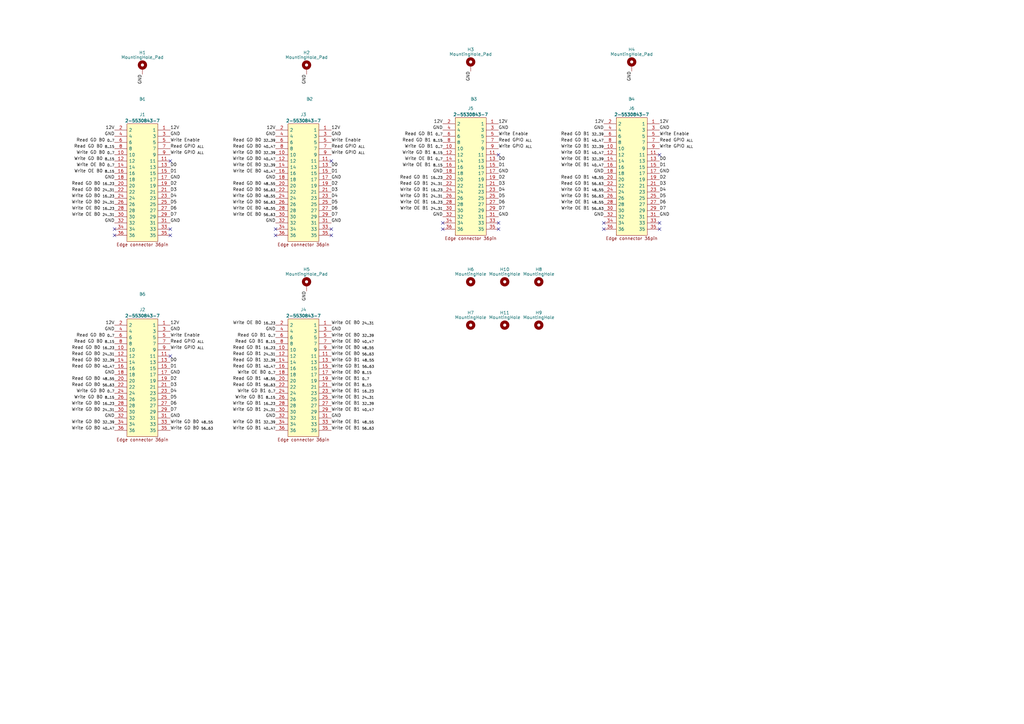
<source format=kicad_sch>
(kicad_sch (version 20250114) (generator "eeschema") (generator_version "9.0")
  (paper "A3")
  (title_block (title "GPIO Backplane Board") (date "2025-04-24") (rev "V1"))
  (lib_symbols
    (symbol "HCP65:GPIO_32bit_Board"
      (property "Reference" "B" (at 0 0 0))
    )
    (symbol "HCP65:GPIO_Controller_Board"
      (property "Reference" "B" (at 0 0 0))
    )
    (symbol "Mechanical:MountingHole" (pin_names (offset 1.016)) (in_bom no)
      (property "Reference" "H" (at 0 5.08 0))
      (property "Value" "MountingHole" (at 0 3.175 0))
      (symbol "MountingHole_0_1"
        (circle (center 0 0) (radius 1.27) (stroke (width 1.27)))
      )
    )
    (symbol "Mechanical:MountingHole_Pad" (pin_numbers (hide yes)) (pin_names (offset 1.016) (hide yes)) (in_bom no)
      (property "Reference" "H" (at 0 6.35 0))
      (property "Value" "MountingHole_Pad" (at 0 4.445 0))
      (symbol "MountingHole_Pad_0_1"
        (circle (center 0 1.27) (radius 1.27) (stroke (width 1.27)))
      )
      (symbol "MountingHole_Pad_1_1"
        (pin input line (at 0 -2.54 90) (length 2.54) (name "1") (number "1"))
      )
    )
    (symbol "TE_Connectivity:2-5530843-7" (pin_names (offset 0.762))
      (property "Reference" "J" (at 11.43 6.35 0))
      (property "Value" "2-5530843-7" (at 11.43 3.81 0))
      (symbol "2-5530843-7_0_0"
        (pin passive line (at 0 0 0) (length 5.08) (name "1") (number "1"))
        (pin passive line (at 0 -2.54 0) (length 5.08) (name "3") (number "3"))
        (pin passive line (at 0 -5.08 0) (length 5.08) (name "5") (number "5"))
        (pin passive line (at 0 -7.62 0) (length 5.08) (name "7") (number "7"))
        (pin passive line (at 0 -10.16 0) (length 5.08) (name "9") (number "9"))
        (pin passive line (at 0 -12.7 0) (length 5.08) (name "11") (number "11"))
        (pin passive line (at 0 -15.24 0) (length 5.08) (name "13") (number "13"))
        (pin passive line (at 0 -17.78 0) (length 5.08) (name "15") (number "15"))
        (pin passive line (at 0 -20.32 0) (length 5.08) (name "17") (number "17"))
        (pin passive line (at 0 -22.86 0) (length 5.08) (name "19") (number "19"))
        (pin passive line (at 0 -25.4 0) (length 5.08) (name "21") (number "21"))
        (pin passive line (at 0 -27.94 0) (length 5.08) (name "23") (number "23"))
        (pin passive line (at 0 -30.48 0) (length 5.08) (name "25") (number "25"))
        (pin passive line (at 0 -33.02 0) (length 5.08) (name "27") (number "27"))
        (pin passive line (at 0 -35.56 0) (length 5.08) (name "29") (number "29"))
        (pin passive line (at 0 -38.1 0) (length 5.08) (name "31") (number "31"))
        (pin passive line (at 0 -40.64 0) (length 5.08) (name "33") (number "33"))
        (pin passive line (at 0 -43.18 0) (length 5.08) (name "35") (number "35"))
        (pin passive line (at 22.86 0 180) (length 5.08) (name "2") (number "2"))
        (pin passive line (at 22.86 -2.54 180) (length 5.08) (name "4") (number "4"))
        (pin passive line (at 22.86 -5.08 180) (length 5.08) (name "6") (number "6"))
        (pin passive line (at 22.86 -7.62 180) (length 5.08) (name "8") (number "8"))
        (pin passive line (at 22.86 -10.16 180) (length 5.08) (name "10") (number "10"))
        (pin passive line (at 22.86 -12.7 180) (length 5.08) (name "12") (number "12"))
        (pin passive line (at 22.86 -15.24 180) (length 5.08) (name "14") (number "14"))
        (pin passive line (at 22.86 -17.78 180) (length 5.08) (name "16") (number "16"))
        (pin passive line (at 22.86 -20.32 180) (length 5.08) (name "18") (number "18"))
        (pin passive line (at 22.86 -22.86 180) (length 5.08) (name "20") (number "20"))
        (pin passive line (at 22.86 -25.4 180) (length 5.08) (name "22") (number "22"))
        (pin passive line (at 22.86 -27.94 180) (length 5.08) (name "24") (number "24"))
        (pin passive line (at 22.86 -30.48 180) (length 5.08) (name "26") (number "26"))
        (pin passive line (at 22.86 -33.02 180) (length 5.08) (name "28") (number "28"))
        (pin passive line (at 22.86 -35.56 180) (length 5.08) (name "30") (number "30"))
        (pin passive line (at 22.86 -38.1 180) (length 5.08) (name "32") (number "32"))
        (pin passive line (at 22.86 -40.64 180) (length 5.08) (name "34") (number "34"))
        (pin passive line (at 22.86 -43.18 180) (length 5.08) (name "36") (number "36"))
      )
      (symbol "2-5530843-7_1_1"
        (polyline (pts (xy 5.08 2.54) (xy 17.78 2.54) (xy 17.78 -45.72) (xy 5.08 -45.72) (xy 5.08 2.54)) (stroke (width 0.1524)) (fill (type background)))
        (text "Edge connector 36pin" (at 11.43 -46.99 0) (effects (font (size 1.27 1.27))))
      )
    )
  )
  (no_connect (at 135.89 96.52))
  (no_connect (at 69.85 96.52))
  (no_connect (at 181.61 91.44))
  (no_connect (at 69.85 146.05))
  (no_connect (at 113.03 93.98))
  (no_connect (at 204.47 91.44))
  (no_connect (at 181.61 93.98))
  (no_connect (at 270.51 93.98))
  (no_connect (at 46.99 93.98))
  (no_connect (at 270.51 91.44))
  (no_connect (at 113.03 96.52))
  (no_connect (at 247.65 93.98))
  (no_connect (at 46.99 96.52))
  (no_connect (at 69.85 66.04))
  (no_connect (at 247.65 91.44))
  (no_connect (at 135.89 93.98))
  (no_connect (at 135.89 66.04))
  (no_connect (at 270.51 63.5))
  (no_connect (at 69.85 93.98))
  (no_connect (at 204.47 63.5))
  (no_connect (at 204.47 93.98))
  (label "D7" (at 69.85 168.91 0))
  (label "12V" (at 181.61 50.8 180))
  (label "12V" (at 247.65 50.8 180))
  (label "D3" (at 135.89 78.74 0))
  (label "Write OE B0 _{40..47}" (at 135.89 140.97 0))
  (label "Read GD B1 _{8..15}" (at 113.03 140.97 180))
  (label "Write GPIO _{ALL}" (at 270.51 60.96 0))
  (label "D7" (at 135.89 88.9 0))
  (label "Write OE B1 _{24..31}" (at 135.89 163.83 0))
  (label "D6" (at 270.51 83.82 0))
  (label "Read GD B0 _{16..23}" (at 46.99 143.51 180))
  (label "GND" (at 69.85 171.45 0))
  (label "Read GD B1 _{0..7}" (at 181.61 55.88 180))
  (label "Read GPIO _{ALL}" (at 69.85 60.96 0))
  (label "Write GD B0 _{0..7}" (at 46.99 63.5 180))
  (label "D1" (at 270.51 68.58 0))
  (label "Write Enable" (at 204.47 55.88 0))
  (label "12V" (at 135.89 53.34 0))
  (label "Write GD B1 _{56..63}" (at 135.89 151.13 0))
  (label "D1" (at 135.89 71.12 0))
  (label "Write GD B0 _{32..39}" (at 46.99 173.99 180))
  (label "Write Enable" (at 69.85 58.42 0))
  (label "GND" (at 113.03 73.66 180))
  (label "GND" (at 69.85 73.66 0))
  (label "D1" (at 69.85 151.13 0))
  (label "D4" (at 69.85 81.28 0))
  (label "GND" (at 135.89 135.89 0))
  (label "Read GD B0 _{24..31}" (at 46.99 78.74 180))
  (label "Write GD B1 _{40..47}" (at 247.65 63.5 180))
  (label "Write OE B0 _{24..31}" (at 135.89 133.35 0))
  (label "12V" (at 270.51 50.8 0))
  (label "Read GD B1 _{32..39}" (at 247.65 55.88 180))
  (label "Read GPIO _{ALL}" (at 69.85 140.97 0))
  (label "D0" (at 270.51 66.04 0))
  (label "Write GD B0 _{32..39}" (at 113.03 63.5 180))
  (label "Read GD B0 _{48..55}" (at 46.99 156.21 180))
  (label "Write Enable" (at 69.85 138.43 0))
  (label "Write GD B1 _{40..47}" (at 113.03 176.53 180))
  (label "D7" (at 69.85 88.9 0))
  (label "D2" (at 270.51 73.66 0))
  (label "Read GD B0 _{24..31}" (at 46.99 146.05 180))
  (label "D5" (at 69.85 163.83 0))
  (label "Write OE B0 _{48..55}" (at 135.89 143.51 0))
  (label "Read GD B0 _{40..47}" (at 46.99 151.13 180))
  (label "D0" (at 69.85 148.59 0))
  (label "D4" (at 135.89 81.28 0))
  (label "Write OE B1 _{48..55}" (at 247.65 83.82 180))
  (label "D5" (at 270.51 81.28 0))
  (label "Write Enable" (at 135.89 58.42 0))
  (label "Write OE B1 _{8..15}" (at 181.61 68.58 180))
  (label "D0" (at 135.89 68.58 0))
  (label "Write OE B1 _{32..39}" (at 135.89 166.37 0))
  (label "Write OE B0 _{24..31}" (at 46.99 88.9 180))
  (label "Write OE B0 _{8..15}" (at 46.99 71.12 180))
  (label "GND" (at 113.03 55.88 180))
  (label "GND" (at 69.85 55.88 0))
  (label "Read GD B1 _{24..31}" (at 113.03 146.05 180))
  (label "Write GD B1 _{48..55}" (at 135.89 148.59 0))
  (label "GND" (at 113.03 171.45 180))
  (label "D2" (at 69.85 76.2 0))
  (label "Write OE B0 _{40..47}" (at 113.03 71.12 180))
  (label "Write GPIO _{ALL}" (at 135.89 63.5 0))
  (label "GND" (at 181.61 71.12 180))
  (label "Write OE B1 _{0..7}" (at 181.61 66.04 180))
  (label "D3" (at 204.47 76.2 0))
  (label "Write GD B0 _{40..47}" (at 46.99 176.53 180))
  (label "D4" (at 204.47 78.74 0))
  (label "D5" (at 204.47 81.28 0))
  (label "Write OE B0 _{16..23}" (at 46.99 86.36 180))
  (label "Write GD B0 _{0..7}" (at 46.99 161.29 180))
  (label "D7" (at 204.47 86.36 0))
  (label "Read GD B0 _{32..39}" (at 113.03 58.42 180))
  (label "D6" (at 135.89 86.36 0))
  (label "GND" (at 259.08 29.21 270))
  (label "Write GD B1 _{16..23}" (at 181.61 78.74 180))
  (label "Write GD B1 _{48..55}" (at 247.65 78.74 180))
  (label "Write GD B1 _{32..39}" (at 113.03 173.99 180))
  (label "Read GD B0 _{56..63}" (at 46.99 158.75 180))
  (label "Write GD B0 _{16..23}" (at 46.99 166.37 180))
  (label "12V" (at 46.99 53.34 180))
  (label "Write GD B0 _{56..63}" (at 69.85 176.53 0))
  (label "Write GD B0 _{48..55}" (at 69.85 173.99 0))
  (label "Write GD B0 _{56..63}" (at 113.03 83.82 180))
  (label "Write OE B1 _{16..23}" (at 181.61 83.82 180))
  (label "Read GD B0 _{32..39}" (at 46.99 148.59 180))
  (label "Read GD B1 _{48..55}" (at 113.03 156.21 180))
  (label "Read GD B1 _{24..31}" (at 181.61 76.2 180))
  (label "Read GD B1 _{16..23}" (at 181.61 73.66 180))
  (label "GND" (at 46.99 153.67 180))
  (label "Write GD B0 _{8..15}" (at 46.99 163.83 180))
  (label "Write GD B1 _{56..63}" (at 247.65 81.28 180))
  (label "Write GD B1 _{8..15}" (at 181.61 63.5 180))
  (label "GND" (at 204.47 53.34 0))
  (label "Write OE B1 _{32..39}" (at 247.65 66.04 180))
  (label "Write OE B1 _{56..63}" (at 135.89 176.53 0))
  (label "GND" (at 247.65 88.9 180))
  (label "Read GPIO _{ALL}" (at 204.47 58.42 0))
  (label "Read GD B1 _{0..7}" (at 113.03 138.43 180))
  (label "D3" (at 69.85 78.74 0))
  (label "Write GD B0 _{16..23}" (at 46.99 81.28 180))
  (label "D2" (at 204.47 73.66 0))
  (label "GND" (at 270.51 53.34 0))
  (label "GND" (at 58.42 30.48 270))
  (label "Read GD B0 _{16..23}" (at 46.99 76.2 180))
  (label "D6" (at 204.47 83.82 0))
  (label "D7" (at 270.51 86.36 0))
  (label "12V" (at 69.85 133.35 0))
  (label "Write OE B1 _{48..55}" (at 135.89 173.99 0))
  (label "GND" (at 204.47 88.9 0))
  (label "GND" (at 69.85 153.67 0))
  (label "D6" (at 69.85 86.36 0))
  (label "D4" (at 270.51 78.74 0))
  (label "D3" (at 69.85 158.75 0))
  (label "12V" (at 46.99 133.35 180))
  (label "GND" (at 113.03 91.44 180))
  (label "Read GD B0 _{0..7}" (at 46.99 138.43 180))
  (label "Write OE B0 _{32..39}" (at 135.89 138.43 0))
  (label "Read GD B0 _{8..15}" (at 46.99 60.96 180))
  (label "D2" (at 135.89 76.2 0))
  (label "GND" (at 135.89 73.66 0))
  (label "GND" (at 69.85 91.44 0))
  (label "Read GPIO _{ALL}" (at 270.51 58.42 0))
  (label "Write GD B1 _{24..31}" (at 113.03 168.91 180))
  (label "Write OE B0 _{0..7}" (at 46.99 68.58 180))
  (label "D0" (at 204.47 66.04 0))
  (label "Write OE B1 _{56..63}" (at 247.65 86.36 180))
  (label "Write Enable" (at 270.51 55.88 0))
  (label "GND" (at 135.89 91.44 0))
  (label "GND" (at 46.99 91.44 180))
  (label "GND" (at 270.51 88.9 0))
  (label "Read GD B1 _{8..15}" (at 181.61 58.42 180))
  (label "Write OE B0 _{48..55}" (at 113.03 86.36 180))
  (label "GND" (at 69.85 135.89 0))
  (label "D4" (at 69.85 161.29 0))
  (label "GND" (at 247.65 53.34 180))
  (label "GND" (at 181.61 88.9 180))
  (label "GND" (at 125.73 119.38 270))
  (label "Write GD B1 _{32..39}" (at 247.65 60.96 180))
  (label "Write OE B1 _{24..31}" (at 181.61 86.36 180))
  (label "GND" (at 46.99 73.66 180))
  (label "Write OE B0 _{56..63}" (at 135.89 146.05 0))
  (label "GND" (at 247.65 71.12 180))
  (label "Write OE B0 _{56..63}" (at 113.03 88.9 180))
  (label "Read GD B1 _{56..63}" (at 113.03 158.75 180))
  (label "Write GPIO _{ALL}" (at 69.85 63.5 0))
  (label "Write OE B0 _{16..23}" (at 113.03 133.35 180))
  (label "D1" (at 204.47 68.58 0))
  (label "Read GD B0 _{0..7}" (at 46.99 58.42 180))
  (label "Write GPIO _{ALL}" (at 204.47 60.96 0))
  (label "12V" (at 69.85 53.34 0))
  (label "Write OE B1 _{40..47}" (at 247.65 68.58 180))
  (label "Write GD B0 _{24..31}" (at 46.99 83.82 180))
  (label "GND" (at 46.99 135.89 180))
  (label "D0" (at 69.85 68.58 0))
  (label "Write OE B1 _{40..47}" (at 135.89 168.91 0))
  (label "Read GPIO _{ALL}" (at 135.89 60.96 0))
  (label "D5" (at 69.85 83.82 0))
  (label "Read GD B0 _{48..55}" (at 113.03 76.2 180))
  (label "Read GD B0 _{8..15}" (at 46.99 140.97 180))
  (label "D2" (at 69.85 156.21 0))
  (label "Read GD B1 _{48..55}" (at 247.65 73.66 180))
  (label "Write GPIO _{ALL}" (at 69.85 143.51 0))
  (label "GND" (at 181.61 53.34 180))
  (label "Read GD B1 _{40..47}" (at 113.03 151.13 180))
  (label "GND" (at 204.47 71.12 0))
  (label "12V" (at 113.03 53.34 180))
  (label "Write OE B0 _{0..7}" (at 113.03 153.67 180))
  (label "Write GD B1 _{16..23}" (at 113.03 166.37 180))
  (label "Write OE B1 _{16..23}" (at 135.89 161.29 0))
  (label "Write GD B0 _{48..55}" (at 113.03 81.28 180))
  (label "Read GD B1 _{40..47}" (at 247.65 58.42 180))
  (label "Write OE B0 _{8..15}" (at 135.89 153.67 0))
  (label "Write OE B0 _{32..39}" (at 113.03 68.58 180))
  (label "GND" (at 135.89 55.88 0))
  (label "Write GD B1 _{24..31}" (at 181.61 81.28 180))
  (label "Write OE B1 _{8..15}" (at 135.89 158.75 0))
  (label "Read GD B1 _{16..23}" (at 113.03 143.51 180))
  (label "GND" (at 125.73 30.48 270))
  (label "GND" (at 193.04 29.21 270))
  (label "12V" (at 204.47 50.8 0))
  (label "Write GD B0 _{24..31}" (at 46.99 168.91 180))
  (label "D6" (at 69.85 166.37 0))
  (label "GND" (at 135.89 171.45 0))
  (label "D1" (at 69.85 71.12 0))
  (label "Write GD B0 _{8..15}" (at 46.99 66.04 180))
  (label "Read GD B0 _{40..47}" (at 113.03 60.96 180))
  (label "Write GD B0 _{40..47}" (at 113.03 66.04 180))
  (label "GND" (at 46.99 171.45 180))
  (label "Write OE B1 _{0..7}" (at 135.89 156.21 0))
  (label "GND" (at 46.99 55.88 180))
  (label "Read GD B1 _{32..39}" (at 113.03 148.59 180))
  (label "D3" (at 270.51 76.2 0))
  (label "Write GD B1 _{0..7}" (at 181.61 60.96 180))
  (label "Read GD B1 _{56..63}" (at 247.65 76.2 180))
  (label "Write GD B1 _{8..15}" (at 113.03 163.83 180))
  (label "GND" (at 113.03 135.89 180))
  (label "GND" (at 270.51 71.12 0))
  (label "Write GD B1 _{0..7}" (at 113.03 161.29 180))
  (label "D5" (at 135.89 83.82 0))
  (label "Read GD B0 _{56..63}" (at 113.03 78.74 180))
  (symbol (lib_id "Mechanical:MountingHole") (at 220.98 133.35 0) (unit 1) (in_bom no)
    (property "Reference" "H9" (at 220.98 128.27 0))
    (property "Value" "MountingHole" (at 220.98 130.175 0))
    (property "Footprint" "MountingHole:MountingHole_3.2mm_M3" (effects (hide yes)))
    (property "Description" "Mounting Hole without connection" (effects (hide yes)))
  )
  (symbol (lib_id "HCP65:GPIO_32bit_Board") (at 58.42 40.64 0) (unit 1)
    (property "Reference" "B1" (at 58.42 40.64 0))
    (property "Value" "~" (at 58.42 40.64 0))
    (property "Footprint" "HCP65_Parts:HCP65_GPIO_32bit_Board" (effects (hide yes)))
  )
  (symbol (lib_id "TE_Connectivity:2-5530843-7") (at 135.89 133.35 0) (mirror y) (unit 1)
    (property "Reference" "J4" (at 124.46 127 0))
    (property "Value" "2-5530843-7" (at 124.46 129.54 0) (effects (font (bold yes))))
    (property "Footprint" "SamacSys_Parts:255308437" (effects (hide yes)))
    (property "Datasheet" "https://datasheet.datasheetarchive.com/originals/distributors/Datasheets-DGA8/2558532.pdf" (effects (hide yes)))
    (property "Description" "Standard Card Edge Connectors CONN SEC II 36 POS 100C/L" (effects (hide yes)))
    (property "Height" "15.494" (effects (hide yes)))
    (property "Manufacturer_Name" "TE Connectivity" (effects (hide yes)))
    (property "Manufacturer_Part_Number" "2-5530843-7" (effects (hide yes)))
    (property "Mouser Part Number" "571-2-5530843-7" (effects (hide yes)))
    (property "Mouser Price/Stock" "https://www.mouser.co.uk/ProductDetail/TE-Connectivity/2-5530843-7?qs=D%2FjeFm%2FW2iQ%2FxNvh55mqEQ%3D%3D" (effects (hide yes)))
  )
  (symbol (lib_id "Mechanical:MountingHole") (at 220.98 115.57 0) (unit 1) (in_bom no)
    (property "Reference" "H8" (at 220.98 110.49 0))
    (property "Value" "MountingHole" (at 220.98 112.395 0))
    (property "Footprint" "MountingHole:MountingHole_3.2mm_M3" (effects (hide yes)))
    (property "Description" "Mounting Hole without connection" (effects (hide yes)))
  )
  (symbol (lib_id "TE_Connectivity:2-5530843-7") (at 135.89 53.34 0) (mirror y) (unit 1)
    (property "Reference" "J3" (at 124.46 46.99 0))
    (property "Value" "2-5530843-7" (at 124.46 49.53 0) (effects (font (bold yes))))
    (property "Footprint" "SamacSys_Parts:255308437" (effects (hide yes)))
    (property "Datasheet" "https://datasheet.datasheetarchive.com/originals/distributors/Datasheets-DGA8/2558532.pdf" (effects (hide yes)))
    (property "Description" "Standard Card Edge Connectors CONN SEC II 36 POS 100C/L" (effects (hide yes)))
    (property "Height" "15.494" (effects (hide yes)))
    (property "Manufacturer_Name" "TE Connectivity" (effects (hide yes)))
    (property "Manufacturer_Part_Number" "2-5530843-7" (effects (hide yes)))
    (property "Mouser Part Number" "571-2-5530843-7" (effects (hide yes)))
    (property "Mouser Price/Stock" "https://www.mouser.co.uk/ProductDetail/TE-Connectivity/2-5530843-7?qs=D%2FjeFm%2FW2iQ%2FxNvh55mqEQ%3D%3D" (effects (hide yes)))
  )
  (symbol (lib_id "Mechanical:MountingHole") (at 193.04 133.35 0) (unit 1) (in_bom no)
    (property "Reference" "H7" (at 193.04 128.27 0))
    (property "Value" "MountingHole" (at 193.04 130.175 0))
    (property "Footprint" "MountingHole:MountingHole_3.2mm_M3" (effects (hide yes)))
    (property "Description" "Mounting Hole without connection" (effects (hide yes)))
  )
  (symbol (lib_id "TE_Connectivity:2-5530843-7") (at 69.85 53.34 0) (mirror y) (unit 1)
    (property "Reference" "J1" (at 58.42 46.99 0))
    (property "Value" "2-5530843-7" (at 58.42 49.53 0) (effects (font (bold yes))))
    (property "Footprint" "SamacSys_Parts:255308437" (effects (hide yes)))
    (property "Datasheet" "https://datasheet.datasheetarchive.com/originals/distributors/Datasheets-DGA8/2558532.pdf" (effects (hide yes)))
    (property "Description" "Standard Card Edge Connectors CONN SEC II 36 POS 100C/L" (effects (hide yes)))
    (property "Height" "15.494" (effects (hide yes)))
    (property "Manufacturer_Name" "TE Connectivity" (effects (hide yes)))
    (property "Manufacturer_Part_Number" "2-5530843-7" (effects (hide yes)))
    (property "Mouser Part Number" "571-2-5530843-7" (effects (hide yes)))
    (property "Mouser Price/Stock" "https://www.mouser.co.uk/ProductDetail/TE-Connectivity/2-5530843-7?qs=D%2FjeFm%2FW2iQ%2FxNvh55mqEQ%3D%3D" (effects (hide yes)))
  )
  (symbol (lib_id "HCP65:GPIO_32bit_Board") (at 194.31 40.64 0) (unit 1)
    (property "Reference" "B3" (at 194.31 40.64 0))
    (property "Value" "~" (at 194.31 40.64 0))
    (property "Footprint" "HCP65_Parts:HCP65_GPIO_32bit_Board" (effects (hide yes)))
  )
  (symbol (lib_id "HCP65:GPIO_32bit_Board") (at 127 40.64 0) (unit 1)
    (property "Reference" "B2" (at 127 40.64 0))
    (property "Value" "~" (at 127 40.64 0))
    (property "Footprint" "HCP65_Parts:HCP65_GPIO_32bit_Board" (effects (hide yes)))
  )
  (symbol (lib_id "Mechanical:MountingHole") (at 207.01 133.35 0) (unit 1) (in_bom no)
    (property "Reference" "H11" (at 207.01 128.27 0))
    (property "Value" "MountingHole" (at 207.01 130.175 0))
    (property "Footprint" "MountingHole:MountingHole_3.2mm_M3" (effects (hide yes)))
    (property "Description" "Mounting Hole without connection" (effects (hide yes)))
  )
  (symbol (lib_id "TE_Connectivity:2-5530843-7") (at 69.85 133.35 0) (mirror y) (unit 1)
    (property "Reference" "J2" (at 58.42 127 0))
    (property "Value" "2-5530843-7" (at 58.42 129.54 0) (effects (font (bold yes))))
    (property "Footprint" "SamacSys_Parts:255308437" (effects (hide yes)))
    (property "Datasheet" "https://datasheet.datasheetarchive.com/originals/distributors/Datasheets-DGA8/2558532.pdf" (effects (hide yes)))
    (property "Description" "Standard Card Edge Connectors CONN SEC II 36 POS 100C/L" (effects (hide yes)))
    (property "Height" "15.494" (effects (hide yes)))
    (property "Manufacturer_Name" "TE Connectivity" (effects (hide yes)))
    (property "Manufacturer_Part_Number" "2-5530843-7" (effects (hide yes)))
    (property "Mouser Part Number" "571-2-5530843-7" (effects (hide yes)))
    (property "Mouser Price/Stock" "https://www.mouser.co.uk/ProductDetail/TE-Connectivity/2-5530843-7?qs=D%2FjeFm%2FW2iQ%2FxNvh55mqEQ%3D%3D" (effects (hide yes)))
  )
  (symbol (lib_id "Mechanical:MountingHole_Pad") (at 125.73 27.94 0) (unit 1) (in_bom no)
    (property "Reference" "H2" (at 125.73 21.59 0))
    (property "Value" "MountingHole_Pad" (at 125.73 23.495 0))
    (property "Footprint" "MountingHole:MountingHole_3.2mm_M3_Pad" (effects (hide yes)))
    (property "Description" "Mounting Hole with connection" (effects (hide yes)))
  )
  (symbol (lib_id "Mechanical:MountingHole_Pad") (at 58.42 27.94 0) (unit 1) (in_bom no)
    (property "Reference" "H1" (at 58.42 21.59 0))
    (property "Value" "MountingHole_Pad" (at 58.42 23.495 0))
    (property "Footprint" "MountingHole:MountingHole_3.2mm_M3_Pad" (effects (hide yes)))
    (property "Description" "Mounting Hole with connection" (effects (hide yes)))
  )
  (symbol (lib_id "Mechanical:MountingHole_Pad") (at 125.73 116.84 0) (unit 1) (in_bom no)
    (property "Reference" "H5" (at 125.73 110.49 0))
    (property "Value" "MountingHole_Pad" (at 125.73 112.395 0))
    (property "Footprint" "MountingHole:MountingHole_3.2mm_M3_Pad" (effects (hide yes)))
    (property "Description" "Mounting Hole with connection" (effects (hide yes)))
  )
  (symbol (lib_id "Mechanical:MountingHole") (at 193.04 115.57 0) (unit 1) (in_bom no)
    (property "Reference" "H6" (at 193.04 110.49 0))
    (property "Value" "MountingHole" (at 193.04 112.395 0))
    (property "Footprint" "MountingHole:MountingHole_3.2mm_M3" (effects (hide yes)))
    (property "Description" "Mounting Hole without connection" (effects (hide yes)))
  )
  (symbol (lib_id "HCP65:GPIO_Controller_Board") (at 58.42 120.65 0) (unit 1)
    (property "Reference" "B5" (at 58.42 120.65 0))
    (property "Value" "~" (at 58.42 120.65 0))
    (property "Footprint" "HCP65_Parts:HCP65_GPIO_Controller_Board" (effects (hide yes)))
  )
  (symbol (lib_id "TE_Connectivity:2-5530843-7") (at 270.51 50.8 0) (mirror y) (unit 1)
    (property "Reference" "J6" (at 259.08 44.45 0))
    (property "Value" "2-5530843-7" (at 259.08 46.99 0) (effects (font (bold yes))))
    (property "Footprint" "SamacSys_Parts:255308437" (effects (hide yes)))
    (property "Datasheet" "https://datasheet.datasheetarchive.com/originals/distributors/Datasheets-DGA8/2558532.pdf" (effects (hide yes)))
    (property "Description" "Standard Card Edge Connectors CONN SEC II 36 POS 100C/L" (effects (hide yes)))
    (property "Height" "15.494" (effects (hide yes)))
    (property "Manufacturer_Name" "TE Connectivity" (effects (hide yes)))
    (property "Manufacturer_Part_Number" "2-5530843-7" (effects (hide yes)))
    (property "Mouser Part Number" "571-2-5530843-7" (effects (hide yes)))
    (property "Mouser Price/Stock" "https://www.mouser.co.uk/ProductDetail/TE-Connectivity/2-5530843-7?qs=D%2FjeFm%2FW2iQ%2FxNvh55mqEQ%3D%3D" (effects (hide yes)))
  )
  (symbol (lib_id "HCP65:GPIO_32bit_Board") (at 259.08 40.64 0) (unit 1)
    (property "Reference" "B4" (at 259.08 40.64 0))
    (property "Value" "~" (at 259.08 40.64 0))
    (property "Footprint" "HCP65_Parts:HCP65_GPIO_32bit_Board" (effects (hide yes)))
  )
  (symbol (lib_id "Mechanical:MountingHole_Pad") (at 193.04 26.67 0) (unit 1) (in_bom no)
    (property "Reference" "H3" (at 193.04 20.32 0))
    (property "Value" "MountingHole_Pad" (at 193.04 22.225 0))
    (property "Footprint" "MountingHole:MountingHole_3.2mm_M3_Pad" (effects (hide yes)))
    (property "Description" "Mounting Hole with connection" (effects (hide yes)))
  )
  (symbol (lib_id "TE_Connectivity:2-5530843-7") (at 204.47 50.8 0) (mirror y) (unit 1)
    (property "Reference" "J5" (at 193.04 44.45 0))
    (property "Value" "2-5530843-7" (at 193.04 46.99 0) (effects (font (bold yes))))
    (property "Footprint" "SamacSys_Parts:255308437" (effects (hide yes)))
    (property "Datasheet" "https://datasheet.datasheetarchive.com/originals/distributors/Datasheets-DGA8/2558532.pdf" (effects (hide yes)))
    (property "Description" "Standard Card Edge Connectors CONN SEC II 36 POS 100C/L" (effects (hide yes)))
    (property "Height" "15.494" (effects (hide yes)))
    (property "Manufacturer_Name" "TE Connectivity" (effects (hide yes)))
    (property "Manufacturer_Part_Number" "2-5530843-7" (effects (hide yes)))
    (property "Mouser Part Number" "571-2-5530843-7" (effects (hide yes)))
    (property "Mouser Price/Stock" "https://www.mouser.co.uk/ProductDetail/TE-Connectivity/2-5530843-7?qs=D%2FjeFm%2FW2iQ%2FxNvh55mqEQ%3D%3D" (effects (hide yes)))
  )
  (symbol (lib_id "Mechanical:MountingHole_Pad") (at 259.08 26.67 0) (unit 1) (in_bom no)
    (property "Reference" "H4" (at 259.08 20.32 0))
    (property "Value" "MountingHole_Pad" (at 259.08 22.225 0))
    (property "Footprint" "MountingHole:MountingHole_3.2mm_M3_Pad" (effects (hide yes)))
    (property "Description" "Mounting Hole with connection" (effects (hide yes)))
  )
  (symbol (lib_id "Mechanical:MountingHole") (at 207.01 115.57 0) (unit 1) (in_bom no)
    (property "Reference" "H10" (at 207.01 110.49 0))
    (property "Value" "MountingHole" (at 207.01 112.395 0))
    (property "Footprint" "MountingHole:MountingHole_3.2mm_M3" (effects (hide yes)))
    (property "Description" "Mounting Hole without connection" (effects (hide yes)))
  )
)
</source>
